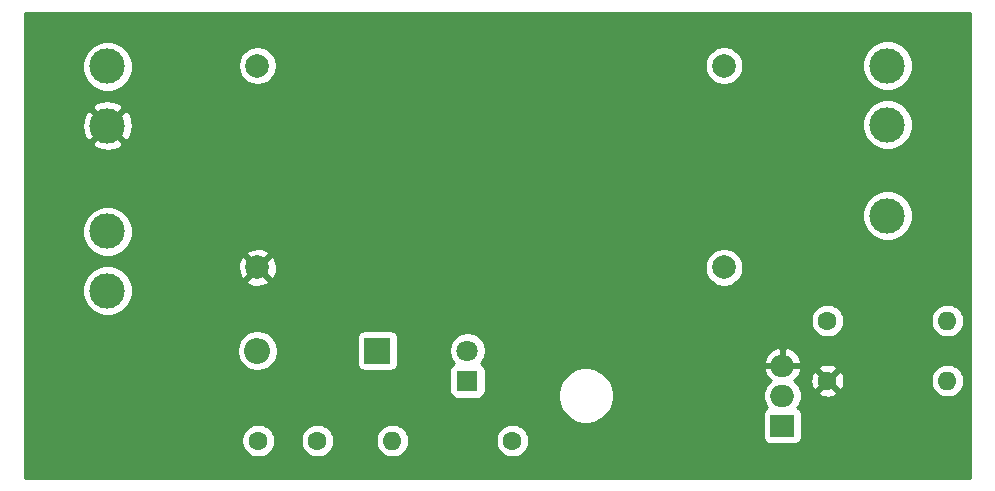
<source format=gbl>
G04 #@! TF.GenerationSoftware,KiCad,Pcbnew,(5.1.9)-1*
G04 #@! TF.CreationDate,2021-12-30T20:04:45+01:00*
G04 #@! TF.ProjectId,Pumpe,50756d70-652e-46b6-9963-61645f706362,rev?*
G04 #@! TF.SameCoordinates,Original*
G04 #@! TF.FileFunction,Copper,L2,Bot*
G04 #@! TF.FilePolarity,Positive*
%FSLAX46Y46*%
G04 Gerber Fmt 4.6, Leading zero omitted, Abs format (unit mm)*
G04 Created by KiCad (PCBNEW (5.1.9)-1) date 2021-12-30 20:04:45*
%MOMM*%
%LPD*%
G01*
G04 APERTURE LIST*
G04 #@! TA.AperFunction,ComponentPad*
%ADD10C,2.000000*%
G04 #@! TD*
G04 #@! TA.AperFunction,ComponentPad*
%ADD11O,1.600000X1.600000*%
G04 #@! TD*
G04 #@! TA.AperFunction,ComponentPad*
%ADD12C,1.600000*%
G04 #@! TD*
G04 #@! TA.AperFunction,ComponentPad*
%ADD13O,2.000000X1.905000*%
G04 #@! TD*
G04 #@! TA.AperFunction,ComponentPad*
%ADD14R,2.000000X1.905000*%
G04 #@! TD*
G04 #@! TA.AperFunction,ComponentPad*
%ADD15C,3.000000*%
G04 #@! TD*
G04 #@! TA.AperFunction,ComponentPad*
%ADD16C,1.800000*%
G04 #@! TD*
G04 #@! TA.AperFunction,ComponentPad*
%ADD17R,1.800000X1.800000*%
G04 #@! TD*
G04 #@! TA.AperFunction,ComponentPad*
%ADD18O,2.200000X2.200000*%
G04 #@! TD*
G04 #@! TA.AperFunction,ComponentPad*
%ADD19R,2.200000X2.200000*%
G04 #@! TD*
G04 #@! TA.AperFunction,Conductor*
%ADD20C,0.254000*%
G04 #@! TD*
G04 #@! TA.AperFunction,Conductor*
%ADD21C,0.200000*%
G04 #@! TD*
G04 APERTURE END LIST*
D10*
X161420000Y-56470000D03*
X161420000Y-39370000D03*
X121920000Y-56470000D03*
X121920000Y-39370000D03*
D11*
X133350000Y-71120000D03*
D12*
X143510000Y-71120000D03*
D11*
X180340000Y-66040000D03*
D12*
X170180000Y-66040000D03*
D11*
X180340000Y-60960000D03*
D12*
X170180000Y-60960000D03*
D13*
X166370000Y-64770000D03*
X166370000Y-67310000D03*
D14*
X166370000Y-69850000D03*
D15*
X175260000Y-44370000D03*
X175260000Y-39370000D03*
X109220000Y-53420000D03*
X109220000Y-58420000D03*
X175260000Y-52070000D03*
X109220000Y-39450000D03*
X109220000Y-44450000D03*
D16*
X139700000Y-63500000D03*
D17*
X139700000Y-66040000D03*
D18*
X121920000Y-63500000D03*
D19*
X132080000Y-63500000D03*
D12*
X122000000Y-71120000D03*
X127000000Y-71120000D03*
D20*
X182225951Y-74275950D02*
X102254050Y-74275950D01*
X102254050Y-70978665D01*
X120565000Y-70978665D01*
X120565000Y-71261335D01*
X120620147Y-71538574D01*
X120728320Y-71799727D01*
X120885363Y-72034759D01*
X121085241Y-72234637D01*
X121320273Y-72391680D01*
X121581426Y-72499853D01*
X121858665Y-72555000D01*
X122141335Y-72555000D01*
X122418574Y-72499853D01*
X122679727Y-72391680D01*
X122914759Y-72234637D01*
X123114637Y-72034759D01*
X123271680Y-71799727D01*
X123379853Y-71538574D01*
X123435000Y-71261335D01*
X123435000Y-70978665D01*
X125565000Y-70978665D01*
X125565000Y-71261335D01*
X125620147Y-71538574D01*
X125728320Y-71799727D01*
X125885363Y-72034759D01*
X126085241Y-72234637D01*
X126320273Y-72391680D01*
X126581426Y-72499853D01*
X126858665Y-72555000D01*
X127141335Y-72555000D01*
X127418574Y-72499853D01*
X127679727Y-72391680D01*
X127914759Y-72234637D01*
X128114637Y-72034759D01*
X128271680Y-71799727D01*
X128379853Y-71538574D01*
X128435000Y-71261335D01*
X128435000Y-70978665D01*
X131915000Y-70978665D01*
X131915000Y-71261335D01*
X131970147Y-71538574D01*
X132078320Y-71799727D01*
X132235363Y-72034759D01*
X132435241Y-72234637D01*
X132670273Y-72391680D01*
X132931426Y-72499853D01*
X133208665Y-72555000D01*
X133491335Y-72555000D01*
X133768574Y-72499853D01*
X134029727Y-72391680D01*
X134264759Y-72234637D01*
X134464637Y-72034759D01*
X134621680Y-71799727D01*
X134729853Y-71538574D01*
X134785000Y-71261335D01*
X134785000Y-70978665D01*
X142075000Y-70978665D01*
X142075000Y-71261335D01*
X142130147Y-71538574D01*
X142238320Y-71799727D01*
X142395363Y-72034759D01*
X142595241Y-72234637D01*
X142830273Y-72391680D01*
X143091426Y-72499853D01*
X143368665Y-72555000D01*
X143651335Y-72555000D01*
X143928574Y-72499853D01*
X144189727Y-72391680D01*
X144424759Y-72234637D01*
X144624637Y-72034759D01*
X144781680Y-71799727D01*
X144889853Y-71538574D01*
X144945000Y-71261335D01*
X144945000Y-70978665D01*
X144889853Y-70701426D01*
X144781680Y-70440273D01*
X144624637Y-70205241D01*
X144424759Y-70005363D01*
X144189727Y-69848320D01*
X143928574Y-69740147D01*
X143651335Y-69685000D01*
X143368665Y-69685000D01*
X143091426Y-69740147D01*
X142830273Y-69848320D01*
X142595241Y-70005363D01*
X142395363Y-70205241D01*
X142238320Y-70440273D01*
X142130147Y-70701426D01*
X142075000Y-70978665D01*
X134785000Y-70978665D01*
X134729853Y-70701426D01*
X134621680Y-70440273D01*
X134464637Y-70205241D01*
X134264759Y-70005363D01*
X134029727Y-69848320D01*
X133768574Y-69740147D01*
X133491335Y-69685000D01*
X133208665Y-69685000D01*
X132931426Y-69740147D01*
X132670273Y-69848320D01*
X132435241Y-70005363D01*
X132235363Y-70205241D01*
X132078320Y-70440273D01*
X131970147Y-70701426D01*
X131915000Y-70978665D01*
X128435000Y-70978665D01*
X128379853Y-70701426D01*
X128271680Y-70440273D01*
X128114637Y-70205241D01*
X127914759Y-70005363D01*
X127679727Y-69848320D01*
X127418574Y-69740147D01*
X127141335Y-69685000D01*
X126858665Y-69685000D01*
X126581426Y-69740147D01*
X126320273Y-69848320D01*
X126085241Y-70005363D01*
X125885363Y-70205241D01*
X125728320Y-70440273D01*
X125620147Y-70701426D01*
X125565000Y-70978665D01*
X123435000Y-70978665D01*
X123379853Y-70701426D01*
X123271680Y-70440273D01*
X123114637Y-70205241D01*
X122914759Y-70005363D01*
X122679727Y-69848320D01*
X122418574Y-69740147D01*
X122141335Y-69685000D01*
X121858665Y-69685000D01*
X121581426Y-69740147D01*
X121320273Y-69848320D01*
X121085241Y-70005363D01*
X120885363Y-70205241D01*
X120728320Y-70440273D01*
X120620147Y-70701426D01*
X120565000Y-70978665D01*
X102254050Y-70978665D01*
X102254050Y-63329117D01*
X120185000Y-63329117D01*
X120185000Y-63670883D01*
X120251675Y-64006081D01*
X120382463Y-64321831D01*
X120572337Y-64605998D01*
X120814002Y-64847663D01*
X121098169Y-65037537D01*
X121413919Y-65168325D01*
X121749117Y-65235000D01*
X122090883Y-65235000D01*
X122426081Y-65168325D01*
X122741831Y-65037537D01*
X123025998Y-64847663D01*
X123267663Y-64605998D01*
X123457537Y-64321831D01*
X123588325Y-64006081D01*
X123655000Y-63670883D01*
X123655000Y-63329117D01*
X123588325Y-62993919D01*
X123457537Y-62678169D01*
X123271671Y-62400000D01*
X130341928Y-62400000D01*
X130341928Y-64600000D01*
X130354188Y-64724482D01*
X130390498Y-64844180D01*
X130449463Y-64954494D01*
X130528815Y-65051185D01*
X130625506Y-65130537D01*
X130735820Y-65189502D01*
X130855518Y-65225812D01*
X130980000Y-65238072D01*
X133180000Y-65238072D01*
X133304482Y-65225812D01*
X133424180Y-65189502D01*
X133516790Y-65140000D01*
X138161928Y-65140000D01*
X138161928Y-66940000D01*
X138174188Y-67064482D01*
X138210498Y-67184180D01*
X138269463Y-67294494D01*
X138348815Y-67391185D01*
X138445506Y-67470537D01*
X138555820Y-67529502D01*
X138675518Y-67565812D01*
X138800000Y-67578072D01*
X140600000Y-67578072D01*
X140724482Y-67565812D01*
X140844180Y-67529502D01*
X140954494Y-67470537D01*
X141051185Y-67391185D01*
X141130537Y-67294494D01*
X141189502Y-67184180D01*
X141222591Y-67075098D01*
X147325000Y-67075098D01*
X147325000Y-67544902D01*
X147416654Y-68005679D01*
X147596440Y-68439721D01*
X147857450Y-68830349D01*
X148189651Y-69162550D01*
X148580279Y-69423560D01*
X149014321Y-69603346D01*
X149475098Y-69695000D01*
X149944902Y-69695000D01*
X150405679Y-69603346D01*
X150839721Y-69423560D01*
X151230349Y-69162550D01*
X151562550Y-68830349D01*
X151823560Y-68439721D01*
X152003346Y-68005679D01*
X152095000Y-67544902D01*
X152095000Y-67310000D01*
X164727319Y-67310000D01*
X164757970Y-67621204D01*
X164848745Y-67920449D01*
X164996155Y-68196235D01*
X165099446Y-68322095D01*
X165015506Y-68366963D01*
X164918815Y-68446315D01*
X164839463Y-68543006D01*
X164780498Y-68653320D01*
X164744188Y-68773018D01*
X164731928Y-68897500D01*
X164731928Y-70802500D01*
X164744188Y-70926982D01*
X164780498Y-71046680D01*
X164839463Y-71156994D01*
X164918815Y-71253685D01*
X165015506Y-71333037D01*
X165125820Y-71392002D01*
X165245518Y-71428312D01*
X165370000Y-71440572D01*
X167370000Y-71440572D01*
X167494482Y-71428312D01*
X167614180Y-71392002D01*
X167724494Y-71333037D01*
X167821185Y-71253685D01*
X167900537Y-71156994D01*
X167959502Y-71046680D01*
X167995812Y-70926982D01*
X168008072Y-70802500D01*
X168008072Y-68897500D01*
X167995812Y-68773018D01*
X167959502Y-68653320D01*
X167900537Y-68543006D01*
X167821185Y-68446315D01*
X167724494Y-68366963D01*
X167640554Y-68322095D01*
X167743845Y-68196235D01*
X167891255Y-67920449D01*
X167982030Y-67621204D01*
X168012681Y-67310000D01*
X167985370Y-67032702D01*
X169366903Y-67032702D01*
X169438486Y-67276671D01*
X169693996Y-67397571D01*
X169968184Y-67466300D01*
X170250512Y-67480217D01*
X170530130Y-67438787D01*
X170796292Y-67343603D01*
X170921514Y-67276671D01*
X170993097Y-67032702D01*
X170180000Y-66219605D01*
X169366903Y-67032702D01*
X167985370Y-67032702D01*
X167982030Y-66998796D01*
X167891255Y-66699551D01*
X167743845Y-66423765D01*
X167545463Y-66182037D01*
X167458311Y-66110512D01*
X168739783Y-66110512D01*
X168781213Y-66390130D01*
X168876397Y-66656292D01*
X168943329Y-66781514D01*
X169187298Y-66853097D01*
X170000395Y-66040000D01*
X170359605Y-66040000D01*
X171172702Y-66853097D01*
X171416671Y-66781514D01*
X171537571Y-66526004D01*
X171606300Y-66251816D01*
X171620217Y-65969488D01*
X171609724Y-65898665D01*
X178905000Y-65898665D01*
X178905000Y-66181335D01*
X178960147Y-66458574D01*
X179068320Y-66719727D01*
X179225363Y-66954759D01*
X179425241Y-67154637D01*
X179660273Y-67311680D01*
X179921426Y-67419853D01*
X180198665Y-67475000D01*
X180481335Y-67475000D01*
X180758574Y-67419853D01*
X181019727Y-67311680D01*
X181254759Y-67154637D01*
X181454637Y-66954759D01*
X181611680Y-66719727D01*
X181719853Y-66458574D01*
X181775000Y-66181335D01*
X181775000Y-65898665D01*
X181719853Y-65621426D01*
X181611680Y-65360273D01*
X181454637Y-65125241D01*
X181254759Y-64925363D01*
X181019727Y-64768320D01*
X180758574Y-64660147D01*
X180481335Y-64605000D01*
X180198665Y-64605000D01*
X179921426Y-64660147D01*
X179660273Y-64768320D01*
X179425241Y-64925363D01*
X179225363Y-65125241D01*
X179068320Y-65360273D01*
X178960147Y-65621426D01*
X178905000Y-65898665D01*
X171609724Y-65898665D01*
X171578787Y-65689870D01*
X171483603Y-65423708D01*
X171416671Y-65298486D01*
X171172702Y-65226903D01*
X170359605Y-66040000D01*
X170000395Y-66040000D01*
X169187298Y-65226903D01*
X168943329Y-65298486D01*
X168822429Y-65553996D01*
X168753700Y-65828184D01*
X168739783Y-66110512D01*
X167458311Y-66110512D01*
X167366101Y-66034837D01*
X167551315Y-65879437D01*
X167745969Y-65636923D01*
X167889571Y-65361094D01*
X167960563Y-65142980D01*
X167913898Y-65047298D01*
X169366903Y-65047298D01*
X170180000Y-65860395D01*
X170993097Y-65047298D01*
X170921514Y-64803329D01*
X170666004Y-64682429D01*
X170391816Y-64613700D01*
X170109488Y-64599783D01*
X169829870Y-64641213D01*
X169563708Y-64736397D01*
X169438486Y-64803329D01*
X169366903Y-65047298D01*
X167913898Y-65047298D01*
X167840594Y-64897000D01*
X166497000Y-64897000D01*
X166497000Y-64917000D01*
X166243000Y-64917000D01*
X166243000Y-64897000D01*
X164899406Y-64897000D01*
X164779437Y-65142980D01*
X164850429Y-65361094D01*
X164994031Y-65636923D01*
X165188685Y-65879437D01*
X165373899Y-66034837D01*
X165194537Y-66182037D01*
X164996155Y-66423765D01*
X164848745Y-66699551D01*
X164757970Y-66998796D01*
X164727319Y-67310000D01*
X152095000Y-67310000D01*
X152095000Y-67075098D01*
X152003346Y-66614321D01*
X151823560Y-66180279D01*
X151562550Y-65789651D01*
X151230349Y-65457450D01*
X150839721Y-65196440D01*
X150405679Y-65016654D01*
X149944902Y-64925000D01*
X149475098Y-64925000D01*
X149014321Y-65016654D01*
X148580279Y-65196440D01*
X148189651Y-65457450D01*
X147857450Y-65789651D01*
X147596440Y-66180279D01*
X147416654Y-66614321D01*
X147325000Y-67075098D01*
X141222591Y-67075098D01*
X141225812Y-67064482D01*
X141238072Y-66940000D01*
X141238072Y-65140000D01*
X141225812Y-65015518D01*
X141189502Y-64895820D01*
X141130537Y-64785506D01*
X141051185Y-64688815D01*
X140954494Y-64609463D01*
X140844180Y-64550498D01*
X140825873Y-64544944D01*
X140892312Y-64478505D01*
X140946758Y-64397020D01*
X164779437Y-64397020D01*
X164899406Y-64643000D01*
X166243000Y-64643000D01*
X166243000Y-63344430D01*
X166497000Y-63344430D01*
X166497000Y-64643000D01*
X167840594Y-64643000D01*
X167960563Y-64397020D01*
X167889571Y-64178906D01*
X167745969Y-63903077D01*
X167551315Y-63660563D01*
X167313089Y-63460684D01*
X167040446Y-63311121D01*
X166743863Y-63217622D01*
X166497000Y-63344430D01*
X166243000Y-63344430D01*
X165996137Y-63217622D01*
X165699554Y-63311121D01*
X165426911Y-63460684D01*
X165188685Y-63660563D01*
X164994031Y-63903077D01*
X164850429Y-64178906D01*
X164779437Y-64397020D01*
X140946758Y-64397020D01*
X141060299Y-64227095D01*
X141176011Y-63947743D01*
X141235000Y-63651184D01*
X141235000Y-63348816D01*
X141176011Y-63052257D01*
X141060299Y-62772905D01*
X140892312Y-62521495D01*
X140678505Y-62307688D01*
X140427095Y-62139701D01*
X140147743Y-62023989D01*
X139851184Y-61965000D01*
X139548816Y-61965000D01*
X139252257Y-62023989D01*
X138972905Y-62139701D01*
X138721495Y-62307688D01*
X138507688Y-62521495D01*
X138339701Y-62772905D01*
X138223989Y-63052257D01*
X138165000Y-63348816D01*
X138165000Y-63651184D01*
X138223989Y-63947743D01*
X138339701Y-64227095D01*
X138507688Y-64478505D01*
X138574127Y-64544944D01*
X138555820Y-64550498D01*
X138445506Y-64609463D01*
X138348815Y-64688815D01*
X138269463Y-64785506D01*
X138210498Y-64895820D01*
X138174188Y-65015518D01*
X138161928Y-65140000D01*
X133516790Y-65140000D01*
X133534494Y-65130537D01*
X133631185Y-65051185D01*
X133710537Y-64954494D01*
X133769502Y-64844180D01*
X133805812Y-64724482D01*
X133818072Y-64600000D01*
X133818072Y-62400000D01*
X133805812Y-62275518D01*
X133769502Y-62155820D01*
X133710537Y-62045506D01*
X133631185Y-61948815D01*
X133534494Y-61869463D01*
X133424180Y-61810498D01*
X133304482Y-61774188D01*
X133180000Y-61761928D01*
X130980000Y-61761928D01*
X130855518Y-61774188D01*
X130735820Y-61810498D01*
X130625506Y-61869463D01*
X130528815Y-61948815D01*
X130449463Y-62045506D01*
X130390498Y-62155820D01*
X130354188Y-62275518D01*
X130341928Y-62400000D01*
X123271671Y-62400000D01*
X123267663Y-62394002D01*
X123025998Y-62152337D01*
X122741831Y-61962463D01*
X122426081Y-61831675D01*
X122090883Y-61765000D01*
X121749117Y-61765000D01*
X121413919Y-61831675D01*
X121098169Y-61962463D01*
X120814002Y-62152337D01*
X120572337Y-62394002D01*
X120382463Y-62678169D01*
X120251675Y-62993919D01*
X120185000Y-63329117D01*
X102254050Y-63329117D01*
X102254050Y-60818665D01*
X168745000Y-60818665D01*
X168745000Y-61101335D01*
X168800147Y-61378574D01*
X168908320Y-61639727D01*
X169065363Y-61874759D01*
X169265241Y-62074637D01*
X169500273Y-62231680D01*
X169761426Y-62339853D01*
X170038665Y-62395000D01*
X170321335Y-62395000D01*
X170598574Y-62339853D01*
X170859727Y-62231680D01*
X171094759Y-62074637D01*
X171294637Y-61874759D01*
X171451680Y-61639727D01*
X171559853Y-61378574D01*
X171615000Y-61101335D01*
X171615000Y-60818665D01*
X178905000Y-60818665D01*
X178905000Y-61101335D01*
X178960147Y-61378574D01*
X179068320Y-61639727D01*
X179225363Y-61874759D01*
X179425241Y-62074637D01*
X179660273Y-62231680D01*
X179921426Y-62339853D01*
X180198665Y-62395000D01*
X180481335Y-62395000D01*
X180758574Y-62339853D01*
X181019727Y-62231680D01*
X181254759Y-62074637D01*
X181454637Y-61874759D01*
X181611680Y-61639727D01*
X181719853Y-61378574D01*
X181775000Y-61101335D01*
X181775000Y-60818665D01*
X181719853Y-60541426D01*
X181611680Y-60280273D01*
X181454637Y-60045241D01*
X181254759Y-59845363D01*
X181019727Y-59688320D01*
X180758574Y-59580147D01*
X180481335Y-59525000D01*
X180198665Y-59525000D01*
X179921426Y-59580147D01*
X179660273Y-59688320D01*
X179425241Y-59845363D01*
X179225363Y-60045241D01*
X179068320Y-60280273D01*
X178960147Y-60541426D01*
X178905000Y-60818665D01*
X171615000Y-60818665D01*
X171559853Y-60541426D01*
X171451680Y-60280273D01*
X171294637Y-60045241D01*
X171094759Y-59845363D01*
X170859727Y-59688320D01*
X170598574Y-59580147D01*
X170321335Y-59525000D01*
X170038665Y-59525000D01*
X169761426Y-59580147D01*
X169500273Y-59688320D01*
X169265241Y-59845363D01*
X169065363Y-60045241D01*
X168908320Y-60280273D01*
X168800147Y-60541426D01*
X168745000Y-60818665D01*
X102254050Y-60818665D01*
X102254050Y-58209721D01*
X107085000Y-58209721D01*
X107085000Y-58630279D01*
X107167047Y-59042756D01*
X107327988Y-59431302D01*
X107561637Y-59780983D01*
X107859017Y-60078363D01*
X108208698Y-60312012D01*
X108597244Y-60472953D01*
X109009721Y-60555000D01*
X109430279Y-60555000D01*
X109842756Y-60472953D01*
X110231302Y-60312012D01*
X110580983Y-60078363D01*
X110878363Y-59780983D01*
X111112012Y-59431302D01*
X111272953Y-59042756D01*
X111355000Y-58630279D01*
X111355000Y-58209721D01*
X111272953Y-57797244D01*
X111193495Y-57605413D01*
X120964192Y-57605413D01*
X121059956Y-57869814D01*
X121349571Y-58010704D01*
X121661108Y-58092384D01*
X121982595Y-58111718D01*
X122301675Y-58067961D01*
X122606088Y-57962795D01*
X122780044Y-57869814D01*
X122875808Y-57605413D01*
X121920000Y-56649605D01*
X120964192Y-57605413D01*
X111193495Y-57605413D01*
X111112012Y-57408698D01*
X110878363Y-57059017D01*
X110580983Y-56761637D01*
X110238197Y-56532595D01*
X120278282Y-56532595D01*
X120322039Y-56851675D01*
X120427205Y-57156088D01*
X120520186Y-57330044D01*
X120784587Y-57425808D01*
X121740395Y-56470000D01*
X122099605Y-56470000D01*
X123055413Y-57425808D01*
X123319814Y-57330044D01*
X123460704Y-57040429D01*
X123542384Y-56728892D01*
X123561718Y-56407405D01*
X123548219Y-56308967D01*
X159785000Y-56308967D01*
X159785000Y-56631033D01*
X159847832Y-56946912D01*
X159971082Y-57244463D01*
X160150013Y-57512252D01*
X160377748Y-57739987D01*
X160645537Y-57918918D01*
X160943088Y-58042168D01*
X161258967Y-58105000D01*
X161581033Y-58105000D01*
X161896912Y-58042168D01*
X162194463Y-57918918D01*
X162462252Y-57739987D01*
X162689987Y-57512252D01*
X162868918Y-57244463D01*
X162992168Y-56946912D01*
X163055000Y-56631033D01*
X163055000Y-56308967D01*
X162992168Y-55993088D01*
X162868918Y-55695537D01*
X162689987Y-55427748D01*
X162462252Y-55200013D01*
X162194463Y-55021082D01*
X161896912Y-54897832D01*
X161581033Y-54835000D01*
X161258967Y-54835000D01*
X160943088Y-54897832D01*
X160645537Y-55021082D01*
X160377748Y-55200013D01*
X160150013Y-55427748D01*
X159971082Y-55695537D01*
X159847832Y-55993088D01*
X159785000Y-56308967D01*
X123548219Y-56308967D01*
X123517961Y-56088325D01*
X123412795Y-55783912D01*
X123319814Y-55609956D01*
X123055413Y-55514192D01*
X122099605Y-56470000D01*
X121740395Y-56470000D01*
X120784587Y-55514192D01*
X120520186Y-55609956D01*
X120379296Y-55899571D01*
X120297616Y-56211108D01*
X120278282Y-56532595D01*
X110238197Y-56532595D01*
X110231302Y-56527988D01*
X109842756Y-56367047D01*
X109430279Y-56285000D01*
X109009721Y-56285000D01*
X108597244Y-56367047D01*
X108208698Y-56527988D01*
X107859017Y-56761637D01*
X107561637Y-57059017D01*
X107327988Y-57408698D01*
X107167047Y-57797244D01*
X107085000Y-58209721D01*
X102254050Y-58209721D01*
X102254050Y-53209721D01*
X107085000Y-53209721D01*
X107085000Y-53630279D01*
X107167047Y-54042756D01*
X107327988Y-54431302D01*
X107561637Y-54780983D01*
X107859017Y-55078363D01*
X108208698Y-55312012D01*
X108597244Y-55472953D01*
X109009721Y-55555000D01*
X109430279Y-55555000D01*
X109842756Y-55472953D01*
X110176801Y-55334587D01*
X120964192Y-55334587D01*
X121920000Y-56290395D01*
X122875808Y-55334587D01*
X122780044Y-55070186D01*
X122490429Y-54929296D01*
X122178892Y-54847616D01*
X121857405Y-54828282D01*
X121538325Y-54872039D01*
X121233912Y-54977205D01*
X121059956Y-55070186D01*
X120964192Y-55334587D01*
X110176801Y-55334587D01*
X110231302Y-55312012D01*
X110580983Y-55078363D01*
X110878363Y-54780983D01*
X111112012Y-54431302D01*
X111272953Y-54042756D01*
X111355000Y-53630279D01*
X111355000Y-53209721D01*
X111272953Y-52797244D01*
X111112012Y-52408698D01*
X110878363Y-52059017D01*
X110679067Y-51859721D01*
X173125000Y-51859721D01*
X173125000Y-52280279D01*
X173207047Y-52692756D01*
X173367988Y-53081302D01*
X173601637Y-53430983D01*
X173899017Y-53728363D01*
X174248698Y-53962012D01*
X174637244Y-54122953D01*
X175049721Y-54205000D01*
X175470279Y-54205000D01*
X175882756Y-54122953D01*
X176271302Y-53962012D01*
X176620983Y-53728363D01*
X176918363Y-53430983D01*
X177152012Y-53081302D01*
X177312953Y-52692756D01*
X177395000Y-52280279D01*
X177395000Y-51859721D01*
X177312953Y-51447244D01*
X177152012Y-51058698D01*
X176918363Y-50709017D01*
X176620983Y-50411637D01*
X176271302Y-50177988D01*
X175882756Y-50017047D01*
X175470279Y-49935000D01*
X175049721Y-49935000D01*
X174637244Y-50017047D01*
X174248698Y-50177988D01*
X173899017Y-50411637D01*
X173601637Y-50709017D01*
X173367988Y-51058698D01*
X173207047Y-51447244D01*
X173125000Y-51859721D01*
X110679067Y-51859721D01*
X110580983Y-51761637D01*
X110231302Y-51527988D01*
X109842756Y-51367047D01*
X109430279Y-51285000D01*
X109009721Y-51285000D01*
X108597244Y-51367047D01*
X108208698Y-51527988D01*
X107859017Y-51761637D01*
X107561637Y-52059017D01*
X107327988Y-52408698D01*
X107167047Y-52797244D01*
X107085000Y-53209721D01*
X102254050Y-53209721D01*
X102254050Y-45941653D01*
X107907952Y-45941653D01*
X108063962Y-46257214D01*
X108438745Y-46448020D01*
X108843551Y-46562044D01*
X109262824Y-46594902D01*
X109680451Y-46545334D01*
X110080383Y-46415243D01*
X110376038Y-46257214D01*
X110532048Y-45941653D01*
X109220000Y-44629605D01*
X107907952Y-45941653D01*
X102254050Y-45941653D01*
X102254050Y-44492824D01*
X107075098Y-44492824D01*
X107124666Y-44910451D01*
X107254757Y-45310383D01*
X107412786Y-45606038D01*
X107728347Y-45762048D01*
X109040395Y-44450000D01*
X109399605Y-44450000D01*
X110711653Y-45762048D01*
X111027214Y-45606038D01*
X111218020Y-45231255D01*
X111332044Y-44826449D01*
X111364902Y-44407176D01*
X111335532Y-44159721D01*
X173125000Y-44159721D01*
X173125000Y-44580279D01*
X173207047Y-44992756D01*
X173367988Y-45381302D01*
X173601637Y-45730983D01*
X173899017Y-46028363D01*
X174248698Y-46262012D01*
X174637244Y-46422953D01*
X175049721Y-46505000D01*
X175470279Y-46505000D01*
X175882756Y-46422953D01*
X176271302Y-46262012D01*
X176620983Y-46028363D01*
X176918363Y-45730983D01*
X177152012Y-45381302D01*
X177312953Y-44992756D01*
X177395000Y-44580279D01*
X177395000Y-44159721D01*
X177312953Y-43747244D01*
X177152012Y-43358698D01*
X176918363Y-43009017D01*
X176620983Y-42711637D01*
X176271302Y-42477988D01*
X175882756Y-42317047D01*
X175470279Y-42235000D01*
X175049721Y-42235000D01*
X174637244Y-42317047D01*
X174248698Y-42477988D01*
X173899017Y-42711637D01*
X173601637Y-43009017D01*
X173367988Y-43358698D01*
X173207047Y-43747244D01*
X173125000Y-44159721D01*
X111335532Y-44159721D01*
X111315334Y-43989549D01*
X111185243Y-43589617D01*
X111027214Y-43293962D01*
X110711653Y-43137952D01*
X109399605Y-44450000D01*
X109040395Y-44450000D01*
X107728347Y-43137952D01*
X107412786Y-43293962D01*
X107221980Y-43668745D01*
X107107956Y-44073551D01*
X107075098Y-44492824D01*
X102254050Y-44492824D01*
X102254050Y-42958347D01*
X107907952Y-42958347D01*
X109220000Y-44270395D01*
X110532048Y-42958347D01*
X110376038Y-42642786D01*
X110001255Y-42451980D01*
X109596449Y-42337956D01*
X109177176Y-42305098D01*
X108759549Y-42354666D01*
X108359617Y-42484757D01*
X108063962Y-42642786D01*
X107907952Y-42958347D01*
X102254050Y-42958347D01*
X102254050Y-39239721D01*
X107085000Y-39239721D01*
X107085000Y-39660279D01*
X107167047Y-40072756D01*
X107327988Y-40461302D01*
X107561637Y-40810983D01*
X107859017Y-41108363D01*
X108208698Y-41342012D01*
X108597244Y-41502953D01*
X109009721Y-41585000D01*
X109430279Y-41585000D01*
X109842756Y-41502953D01*
X110231302Y-41342012D01*
X110580983Y-41108363D01*
X110878363Y-40810983D01*
X111112012Y-40461302D01*
X111272953Y-40072756D01*
X111355000Y-39660279D01*
X111355000Y-39239721D01*
X111348883Y-39208967D01*
X120285000Y-39208967D01*
X120285000Y-39531033D01*
X120347832Y-39846912D01*
X120471082Y-40144463D01*
X120650013Y-40412252D01*
X120877748Y-40639987D01*
X121145537Y-40818918D01*
X121443088Y-40942168D01*
X121758967Y-41005000D01*
X122081033Y-41005000D01*
X122396912Y-40942168D01*
X122694463Y-40818918D01*
X122962252Y-40639987D01*
X123189987Y-40412252D01*
X123368918Y-40144463D01*
X123492168Y-39846912D01*
X123555000Y-39531033D01*
X123555000Y-39208967D01*
X159785000Y-39208967D01*
X159785000Y-39531033D01*
X159847832Y-39846912D01*
X159971082Y-40144463D01*
X160150013Y-40412252D01*
X160377748Y-40639987D01*
X160645537Y-40818918D01*
X160943088Y-40942168D01*
X161258967Y-41005000D01*
X161581033Y-41005000D01*
X161896912Y-40942168D01*
X162194463Y-40818918D01*
X162462252Y-40639987D01*
X162689987Y-40412252D01*
X162868918Y-40144463D01*
X162992168Y-39846912D01*
X163055000Y-39531033D01*
X163055000Y-39208967D01*
X163045205Y-39159721D01*
X173125000Y-39159721D01*
X173125000Y-39580279D01*
X173207047Y-39992756D01*
X173367988Y-40381302D01*
X173601637Y-40730983D01*
X173899017Y-41028363D01*
X174248698Y-41262012D01*
X174637244Y-41422953D01*
X175049721Y-41505000D01*
X175470279Y-41505000D01*
X175882756Y-41422953D01*
X176271302Y-41262012D01*
X176620983Y-41028363D01*
X176918363Y-40730983D01*
X177152012Y-40381302D01*
X177312953Y-39992756D01*
X177395000Y-39580279D01*
X177395000Y-39159721D01*
X177312953Y-38747244D01*
X177152012Y-38358698D01*
X176918363Y-38009017D01*
X176620983Y-37711637D01*
X176271302Y-37477988D01*
X175882756Y-37317047D01*
X175470279Y-37235000D01*
X175049721Y-37235000D01*
X174637244Y-37317047D01*
X174248698Y-37477988D01*
X173899017Y-37711637D01*
X173601637Y-38009017D01*
X173367988Y-38358698D01*
X173207047Y-38747244D01*
X173125000Y-39159721D01*
X163045205Y-39159721D01*
X162992168Y-38893088D01*
X162868918Y-38595537D01*
X162689987Y-38327748D01*
X162462252Y-38100013D01*
X162194463Y-37921082D01*
X161896912Y-37797832D01*
X161581033Y-37735000D01*
X161258967Y-37735000D01*
X160943088Y-37797832D01*
X160645537Y-37921082D01*
X160377748Y-38100013D01*
X160150013Y-38327748D01*
X159971082Y-38595537D01*
X159847832Y-38893088D01*
X159785000Y-39208967D01*
X123555000Y-39208967D01*
X123492168Y-38893088D01*
X123368918Y-38595537D01*
X123189987Y-38327748D01*
X122962252Y-38100013D01*
X122694463Y-37921082D01*
X122396912Y-37797832D01*
X122081033Y-37735000D01*
X121758967Y-37735000D01*
X121443088Y-37797832D01*
X121145537Y-37921082D01*
X120877748Y-38100013D01*
X120650013Y-38327748D01*
X120471082Y-38595537D01*
X120347832Y-38893088D01*
X120285000Y-39208967D01*
X111348883Y-39208967D01*
X111272953Y-38827244D01*
X111112012Y-38438698D01*
X110878363Y-38089017D01*
X110580983Y-37791637D01*
X110231302Y-37557988D01*
X109842756Y-37397047D01*
X109430279Y-37315000D01*
X109009721Y-37315000D01*
X108597244Y-37397047D01*
X108208698Y-37557988D01*
X107859017Y-37791637D01*
X107561637Y-38089017D01*
X107327988Y-38438698D01*
X107167047Y-38827244D01*
X107085000Y-39239721D01*
X102254050Y-39239721D01*
X102254050Y-34944050D01*
X182225950Y-34944050D01*
X182225951Y-74275950D01*
G04 #@! TA.AperFunction,Conductor*
D21*
G36*
X182225951Y-74275950D02*
G01*
X102254050Y-74275950D01*
X102254050Y-70978665D01*
X120565000Y-70978665D01*
X120565000Y-71261335D01*
X120620147Y-71538574D01*
X120728320Y-71799727D01*
X120885363Y-72034759D01*
X121085241Y-72234637D01*
X121320273Y-72391680D01*
X121581426Y-72499853D01*
X121858665Y-72555000D01*
X122141335Y-72555000D01*
X122418574Y-72499853D01*
X122679727Y-72391680D01*
X122914759Y-72234637D01*
X123114637Y-72034759D01*
X123271680Y-71799727D01*
X123379853Y-71538574D01*
X123435000Y-71261335D01*
X123435000Y-70978665D01*
X125565000Y-70978665D01*
X125565000Y-71261335D01*
X125620147Y-71538574D01*
X125728320Y-71799727D01*
X125885363Y-72034759D01*
X126085241Y-72234637D01*
X126320273Y-72391680D01*
X126581426Y-72499853D01*
X126858665Y-72555000D01*
X127141335Y-72555000D01*
X127418574Y-72499853D01*
X127679727Y-72391680D01*
X127914759Y-72234637D01*
X128114637Y-72034759D01*
X128271680Y-71799727D01*
X128379853Y-71538574D01*
X128435000Y-71261335D01*
X128435000Y-70978665D01*
X131915000Y-70978665D01*
X131915000Y-71261335D01*
X131970147Y-71538574D01*
X132078320Y-71799727D01*
X132235363Y-72034759D01*
X132435241Y-72234637D01*
X132670273Y-72391680D01*
X132931426Y-72499853D01*
X133208665Y-72555000D01*
X133491335Y-72555000D01*
X133768574Y-72499853D01*
X134029727Y-72391680D01*
X134264759Y-72234637D01*
X134464637Y-72034759D01*
X134621680Y-71799727D01*
X134729853Y-71538574D01*
X134785000Y-71261335D01*
X134785000Y-70978665D01*
X142075000Y-70978665D01*
X142075000Y-71261335D01*
X142130147Y-71538574D01*
X142238320Y-71799727D01*
X142395363Y-72034759D01*
X142595241Y-72234637D01*
X142830273Y-72391680D01*
X143091426Y-72499853D01*
X143368665Y-72555000D01*
X143651335Y-72555000D01*
X143928574Y-72499853D01*
X144189727Y-72391680D01*
X144424759Y-72234637D01*
X144624637Y-72034759D01*
X144781680Y-71799727D01*
X144889853Y-71538574D01*
X144945000Y-71261335D01*
X144945000Y-70978665D01*
X144889853Y-70701426D01*
X144781680Y-70440273D01*
X144624637Y-70205241D01*
X144424759Y-70005363D01*
X144189727Y-69848320D01*
X143928574Y-69740147D01*
X143651335Y-69685000D01*
X143368665Y-69685000D01*
X143091426Y-69740147D01*
X142830273Y-69848320D01*
X142595241Y-70005363D01*
X142395363Y-70205241D01*
X142238320Y-70440273D01*
X142130147Y-70701426D01*
X142075000Y-70978665D01*
X134785000Y-70978665D01*
X134729853Y-70701426D01*
X134621680Y-70440273D01*
X134464637Y-70205241D01*
X134264759Y-70005363D01*
X134029727Y-69848320D01*
X133768574Y-69740147D01*
X133491335Y-69685000D01*
X133208665Y-69685000D01*
X132931426Y-69740147D01*
X132670273Y-69848320D01*
X132435241Y-70005363D01*
X132235363Y-70205241D01*
X132078320Y-70440273D01*
X131970147Y-70701426D01*
X131915000Y-70978665D01*
X128435000Y-70978665D01*
X128379853Y-70701426D01*
X128271680Y-70440273D01*
X128114637Y-70205241D01*
X127914759Y-70005363D01*
X127679727Y-69848320D01*
X127418574Y-69740147D01*
X127141335Y-69685000D01*
X126858665Y-69685000D01*
X126581426Y-69740147D01*
X126320273Y-69848320D01*
X126085241Y-70005363D01*
X125885363Y-70205241D01*
X125728320Y-70440273D01*
X125620147Y-70701426D01*
X125565000Y-70978665D01*
X123435000Y-70978665D01*
X123379853Y-70701426D01*
X123271680Y-70440273D01*
X123114637Y-70205241D01*
X122914759Y-70005363D01*
X122679727Y-69848320D01*
X122418574Y-69740147D01*
X122141335Y-69685000D01*
X121858665Y-69685000D01*
X121581426Y-69740147D01*
X121320273Y-69848320D01*
X121085241Y-70005363D01*
X120885363Y-70205241D01*
X120728320Y-70440273D01*
X120620147Y-70701426D01*
X120565000Y-70978665D01*
X102254050Y-70978665D01*
X102254050Y-63329117D01*
X120185000Y-63329117D01*
X120185000Y-63670883D01*
X120251675Y-64006081D01*
X120382463Y-64321831D01*
X120572337Y-64605998D01*
X120814002Y-64847663D01*
X121098169Y-65037537D01*
X121413919Y-65168325D01*
X121749117Y-65235000D01*
X122090883Y-65235000D01*
X122426081Y-65168325D01*
X122741831Y-65037537D01*
X123025998Y-64847663D01*
X123267663Y-64605998D01*
X123457537Y-64321831D01*
X123588325Y-64006081D01*
X123655000Y-63670883D01*
X123655000Y-63329117D01*
X123588325Y-62993919D01*
X123457537Y-62678169D01*
X123271671Y-62400000D01*
X130341928Y-62400000D01*
X130341928Y-64600000D01*
X130354188Y-64724482D01*
X130390498Y-64844180D01*
X130449463Y-64954494D01*
X130528815Y-65051185D01*
X130625506Y-65130537D01*
X130735820Y-65189502D01*
X130855518Y-65225812D01*
X130980000Y-65238072D01*
X133180000Y-65238072D01*
X133304482Y-65225812D01*
X133424180Y-65189502D01*
X133516790Y-65140000D01*
X138161928Y-65140000D01*
X138161928Y-66940000D01*
X138174188Y-67064482D01*
X138210498Y-67184180D01*
X138269463Y-67294494D01*
X138348815Y-67391185D01*
X138445506Y-67470537D01*
X138555820Y-67529502D01*
X138675518Y-67565812D01*
X138800000Y-67578072D01*
X140600000Y-67578072D01*
X140724482Y-67565812D01*
X140844180Y-67529502D01*
X140954494Y-67470537D01*
X141051185Y-67391185D01*
X141130537Y-67294494D01*
X141189502Y-67184180D01*
X141222591Y-67075098D01*
X147325000Y-67075098D01*
X147325000Y-67544902D01*
X147416654Y-68005679D01*
X147596440Y-68439721D01*
X147857450Y-68830349D01*
X148189651Y-69162550D01*
X148580279Y-69423560D01*
X149014321Y-69603346D01*
X149475098Y-69695000D01*
X149944902Y-69695000D01*
X150405679Y-69603346D01*
X150839721Y-69423560D01*
X151230349Y-69162550D01*
X151562550Y-68830349D01*
X151823560Y-68439721D01*
X152003346Y-68005679D01*
X152095000Y-67544902D01*
X152095000Y-67310000D01*
X164727319Y-67310000D01*
X164757970Y-67621204D01*
X164848745Y-67920449D01*
X164996155Y-68196235D01*
X165099446Y-68322095D01*
X165015506Y-68366963D01*
X164918815Y-68446315D01*
X164839463Y-68543006D01*
X164780498Y-68653320D01*
X164744188Y-68773018D01*
X164731928Y-68897500D01*
X164731928Y-70802500D01*
X164744188Y-70926982D01*
X164780498Y-71046680D01*
X164839463Y-71156994D01*
X164918815Y-71253685D01*
X165015506Y-71333037D01*
X165125820Y-71392002D01*
X165245518Y-71428312D01*
X165370000Y-71440572D01*
X167370000Y-71440572D01*
X167494482Y-71428312D01*
X167614180Y-71392002D01*
X167724494Y-71333037D01*
X167821185Y-71253685D01*
X167900537Y-71156994D01*
X167959502Y-71046680D01*
X167995812Y-70926982D01*
X168008072Y-70802500D01*
X168008072Y-68897500D01*
X167995812Y-68773018D01*
X167959502Y-68653320D01*
X167900537Y-68543006D01*
X167821185Y-68446315D01*
X167724494Y-68366963D01*
X167640554Y-68322095D01*
X167743845Y-68196235D01*
X167891255Y-67920449D01*
X167982030Y-67621204D01*
X168012681Y-67310000D01*
X167985370Y-67032702D01*
X169366903Y-67032702D01*
X169438486Y-67276671D01*
X169693996Y-67397571D01*
X169968184Y-67466300D01*
X170250512Y-67480217D01*
X170530130Y-67438787D01*
X170796292Y-67343603D01*
X170921514Y-67276671D01*
X170993097Y-67032702D01*
X170180000Y-66219605D01*
X169366903Y-67032702D01*
X167985370Y-67032702D01*
X167982030Y-66998796D01*
X167891255Y-66699551D01*
X167743845Y-66423765D01*
X167545463Y-66182037D01*
X167458311Y-66110512D01*
X168739783Y-66110512D01*
X168781213Y-66390130D01*
X168876397Y-66656292D01*
X168943329Y-66781514D01*
X169187298Y-66853097D01*
X170000395Y-66040000D01*
X170359605Y-66040000D01*
X171172702Y-66853097D01*
X171416671Y-66781514D01*
X171537571Y-66526004D01*
X171606300Y-66251816D01*
X171620217Y-65969488D01*
X171609724Y-65898665D01*
X178905000Y-65898665D01*
X178905000Y-66181335D01*
X178960147Y-66458574D01*
X179068320Y-66719727D01*
X179225363Y-66954759D01*
X179425241Y-67154637D01*
X179660273Y-67311680D01*
X179921426Y-67419853D01*
X180198665Y-67475000D01*
X180481335Y-67475000D01*
X180758574Y-67419853D01*
X181019727Y-67311680D01*
X181254759Y-67154637D01*
X181454637Y-66954759D01*
X181611680Y-66719727D01*
X181719853Y-66458574D01*
X181775000Y-66181335D01*
X181775000Y-65898665D01*
X181719853Y-65621426D01*
X181611680Y-65360273D01*
X181454637Y-65125241D01*
X181254759Y-64925363D01*
X181019727Y-64768320D01*
X180758574Y-64660147D01*
X180481335Y-64605000D01*
X180198665Y-64605000D01*
X179921426Y-64660147D01*
X179660273Y-64768320D01*
X179425241Y-64925363D01*
X179225363Y-65125241D01*
X179068320Y-65360273D01*
X178960147Y-65621426D01*
X178905000Y-65898665D01*
X171609724Y-65898665D01*
X171578787Y-65689870D01*
X171483603Y-65423708D01*
X171416671Y-65298486D01*
X171172702Y-65226903D01*
X170359605Y-66040000D01*
X170000395Y-66040000D01*
X169187298Y-65226903D01*
X168943329Y-65298486D01*
X168822429Y-65553996D01*
X168753700Y-65828184D01*
X168739783Y-66110512D01*
X167458311Y-66110512D01*
X167366101Y-66034837D01*
X167551315Y-65879437D01*
X167745969Y-65636923D01*
X167889571Y-65361094D01*
X167960563Y-65142980D01*
X167913898Y-65047298D01*
X169366903Y-65047298D01*
X170180000Y-65860395D01*
X170993097Y-65047298D01*
X170921514Y-64803329D01*
X170666004Y-64682429D01*
X170391816Y-64613700D01*
X170109488Y-64599783D01*
X169829870Y-64641213D01*
X169563708Y-64736397D01*
X169438486Y-64803329D01*
X169366903Y-65047298D01*
X167913898Y-65047298D01*
X167840594Y-64897000D01*
X166497000Y-64897000D01*
X166497000Y-64917000D01*
X166243000Y-64917000D01*
X166243000Y-64897000D01*
X164899406Y-64897000D01*
X164779437Y-65142980D01*
X164850429Y-65361094D01*
X164994031Y-65636923D01*
X165188685Y-65879437D01*
X165373899Y-66034837D01*
X165194537Y-66182037D01*
X164996155Y-66423765D01*
X164848745Y-66699551D01*
X164757970Y-66998796D01*
X164727319Y-67310000D01*
X152095000Y-67310000D01*
X152095000Y-67075098D01*
X152003346Y-66614321D01*
X151823560Y-66180279D01*
X151562550Y-65789651D01*
X151230349Y-65457450D01*
X150839721Y-65196440D01*
X150405679Y-65016654D01*
X149944902Y-64925000D01*
X149475098Y-64925000D01*
X149014321Y-65016654D01*
X148580279Y-65196440D01*
X148189651Y-65457450D01*
X147857450Y-65789651D01*
X147596440Y-66180279D01*
X147416654Y-66614321D01*
X147325000Y-67075098D01*
X141222591Y-67075098D01*
X141225812Y-67064482D01*
X141238072Y-66940000D01*
X141238072Y-65140000D01*
X141225812Y-65015518D01*
X141189502Y-64895820D01*
X141130537Y-64785506D01*
X141051185Y-64688815D01*
X140954494Y-64609463D01*
X140844180Y-64550498D01*
X140825873Y-64544944D01*
X140892312Y-64478505D01*
X140946758Y-64397020D01*
X164779437Y-64397020D01*
X164899406Y-64643000D01*
X166243000Y-64643000D01*
X166243000Y-63344430D01*
X166497000Y-63344430D01*
X166497000Y-64643000D01*
X167840594Y-64643000D01*
X167960563Y-64397020D01*
X167889571Y-64178906D01*
X167745969Y-63903077D01*
X167551315Y-63660563D01*
X167313089Y-63460684D01*
X167040446Y-63311121D01*
X166743863Y-63217622D01*
X166497000Y-63344430D01*
X166243000Y-63344430D01*
X165996137Y-63217622D01*
X165699554Y-63311121D01*
X165426911Y-63460684D01*
X165188685Y-63660563D01*
X164994031Y-63903077D01*
X164850429Y-64178906D01*
X164779437Y-64397020D01*
X140946758Y-64397020D01*
X141060299Y-64227095D01*
X141176011Y-63947743D01*
X141235000Y-63651184D01*
X141235000Y-63348816D01*
X141176011Y-63052257D01*
X141060299Y-62772905D01*
X140892312Y-62521495D01*
X140678505Y-62307688D01*
X140427095Y-62139701D01*
X140147743Y-62023989D01*
X139851184Y-61965000D01*
X139548816Y-61965000D01*
X139252257Y-62023989D01*
X138972905Y-62139701D01*
X138721495Y-62307688D01*
X138507688Y-62521495D01*
X138339701Y-62772905D01*
X138223989Y-63052257D01*
X138165000Y-63348816D01*
X138165000Y-63651184D01*
X138223989Y-63947743D01*
X138339701Y-64227095D01*
X138507688Y-64478505D01*
X138574127Y-64544944D01*
X138555820Y-64550498D01*
X138445506Y-64609463D01*
X138348815Y-64688815D01*
X138269463Y-64785506D01*
X138210498Y-64895820D01*
X138174188Y-65015518D01*
X138161928Y-65140000D01*
X133516790Y-65140000D01*
X133534494Y-65130537D01*
X133631185Y-65051185D01*
X133710537Y-64954494D01*
X133769502Y-64844180D01*
X133805812Y-64724482D01*
X133818072Y-64600000D01*
X133818072Y-62400000D01*
X133805812Y-62275518D01*
X133769502Y-62155820D01*
X133710537Y-62045506D01*
X133631185Y-61948815D01*
X133534494Y-61869463D01*
X133424180Y-61810498D01*
X133304482Y-61774188D01*
X133180000Y-61761928D01*
X130980000Y-61761928D01*
X130855518Y-61774188D01*
X130735820Y-61810498D01*
X130625506Y-61869463D01*
X130528815Y-61948815D01*
X130449463Y-62045506D01*
X130390498Y-62155820D01*
X130354188Y-62275518D01*
X130341928Y-62400000D01*
X123271671Y-62400000D01*
X123267663Y-62394002D01*
X123025998Y-62152337D01*
X122741831Y-61962463D01*
X122426081Y-61831675D01*
X122090883Y-61765000D01*
X121749117Y-61765000D01*
X121413919Y-61831675D01*
X121098169Y-61962463D01*
X120814002Y-62152337D01*
X120572337Y-62394002D01*
X120382463Y-62678169D01*
X120251675Y-62993919D01*
X120185000Y-63329117D01*
X102254050Y-63329117D01*
X102254050Y-60818665D01*
X168745000Y-60818665D01*
X168745000Y-61101335D01*
X168800147Y-61378574D01*
X168908320Y-61639727D01*
X169065363Y-61874759D01*
X169265241Y-62074637D01*
X169500273Y-62231680D01*
X169761426Y-62339853D01*
X170038665Y-62395000D01*
X170321335Y-62395000D01*
X170598574Y-62339853D01*
X170859727Y-62231680D01*
X171094759Y-62074637D01*
X171294637Y-61874759D01*
X171451680Y-61639727D01*
X171559853Y-61378574D01*
X171615000Y-61101335D01*
X171615000Y-60818665D01*
X178905000Y-60818665D01*
X178905000Y-61101335D01*
X178960147Y-61378574D01*
X179068320Y-61639727D01*
X179225363Y-61874759D01*
X179425241Y-62074637D01*
X179660273Y-62231680D01*
X179921426Y-62339853D01*
X180198665Y-62395000D01*
X180481335Y-62395000D01*
X180758574Y-62339853D01*
X181019727Y-62231680D01*
X181254759Y-62074637D01*
X181454637Y-61874759D01*
X181611680Y-61639727D01*
X181719853Y-61378574D01*
X181775000Y-61101335D01*
X181775000Y-60818665D01*
X181719853Y-60541426D01*
X181611680Y-60280273D01*
X181454637Y-60045241D01*
X181254759Y-59845363D01*
X181019727Y-59688320D01*
X180758574Y-59580147D01*
X180481335Y-59525000D01*
X180198665Y-59525000D01*
X179921426Y-59580147D01*
X179660273Y-59688320D01*
X179425241Y-59845363D01*
X179225363Y-60045241D01*
X179068320Y-60280273D01*
X178960147Y-60541426D01*
X178905000Y-60818665D01*
X171615000Y-60818665D01*
X171559853Y-60541426D01*
X171451680Y-60280273D01*
X171294637Y-60045241D01*
X171094759Y-59845363D01*
X170859727Y-59688320D01*
X170598574Y-59580147D01*
X170321335Y-59525000D01*
X170038665Y-59525000D01*
X169761426Y-59580147D01*
X169500273Y-59688320D01*
X169265241Y-59845363D01*
X169065363Y-60045241D01*
X168908320Y-60280273D01*
X168800147Y-60541426D01*
X168745000Y-60818665D01*
X102254050Y-60818665D01*
X102254050Y-58209721D01*
X107085000Y-58209721D01*
X107085000Y-58630279D01*
X107167047Y-59042756D01*
X107327988Y-59431302D01*
X107561637Y-59780983D01*
X107859017Y-60078363D01*
X108208698Y-60312012D01*
X108597244Y-60472953D01*
X109009721Y-60555000D01*
X109430279Y-60555000D01*
X109842756Y-60472953D01*
X110231302Y-60312012D01*
X110580983Y-60078363D01*
X110878363Y-59780983D01*
X111112012Y-59431302D01*
X111272953Y-59042756D01*
X111355000Y-58630279D01*
X111355000Y-58209721D01*
X111272953Y-57797244D01*
X111193495Y-57605413D01*
X120964192Y-57605413D01*
X121059956Y-57869814D01*
X121349571Y-58010704D01*
X121661108Y-58092384D01*
X121982595Y-58111718D01*
X122301675Y-58067961D01*
X122606088Y-57962795D01*
X122780044Y-57869814D01*
X122875808Y-57605413D01*
X121920000Y-56649605D01*
X120964192Y-57605413D01*
X111193495Y-57605413D01*
X111112012Y-57408698D01*
X110878363Y-57059017D01*
X110580983Y-56761637D01*
X110238197Y-56532595D01*
X120278282Y-56532595D01*
X120322039Y-56851675D01*
X120427205Y-57156088D01*
X120520186Y-57330044D01*
X120784587Y-57425808D01*
X121740395Y-56470000D01*
X122099605Y-56470000D01*
X123055413Y-57425808D01*
X123319814Y-57330044D01*
X123460704Y-57040429D01*
X123542384Y-56728892D01*
X123561718Y-56407405D01*
X123548219Y-56308967D01*
X159785000Y-56308967D01*
X159785000Y-56631033D01*
X159847832Y-56946912D01*
X159971082Y-57244463D01*
X160150013Y-57512252D01*
X160377748Y-57739987D01*
X160645537Y-57918918D01*
X160943088Y-58042168D01*
X161258967Y-58105000D01*
X161581033Y-58105000D01*
X161896912Y-58042168D01*
X162194463Y-57918918D01*
X162462252Y-57739987D01*
X162689987Y-57512252D01*
X162868918Y-57244463D01*
X162992168Y-56946912D01*
X163055000Y-56631033D01*
X163055000Y-56308967D01*
X162992168Y-55993088D01*
X162868918Y-55695537D01*
X162689987Y-55427748D01*
X162462252Y-55200013D01*
X162194463Y-55021082D01*
X161896912Y-54897832D01*
X161581033Y-54835000D01*
X161258967Y-54835000D01*
X160943088Y-54897832D01*
X160645537Y-55021082D01*
X160377748Y-55200013D01*
X160150013Y-55427748D01*
X159971082Y-55695537D01*
X159847832Y-55993088D01*
X159785000Y-56308967D01*
X123548219Y-56308967D01*
X123517961Y-56088325D01*
X123412795Y-55783912D01*
X123319814Y-55609956D01*
X123055413Y-55514192D01*
X122099605Y-56470000D01*
X121740395Y-56470000D01*
X120784587Y-55514192D01*
X120520186Y-55609956D01*
X120379296Y-55899571D01*
X120297616Y-56211108D01*
X120278282Y-56532595D01*
X110238197Y-56532595D01*
X110231302Y-56527988D01*
X109842756Y-56367047D01*
X109430279Y-56285000D01*
X109009721Y-56285000D01*
X108597244Y-56367047D01*
X108208698Y-56527988D01*
X107859017Y-56761637D01*
X107561637Y-57059017D01*
X107327988Y-57408698D01*
X107167047Y-57797244D01*
X107085000Y-58209721D01*
X102254050Y-58209721D01*
X102254050Y-53209721D01*
X107085000Y-53209721D01*
X107085000Y-53630279D01*
X107167047Y-54042756D01*
X107327988Y-54431302D01*
X107561637Y-54780983D01*
X107859017Y-55078363D01*
X108208698Y-55312012D01*
X108597244Y-55472953D01*
X109009721Y-55555000D01*
X109430279Y-55555000D01*
X109842756Y-55472953D01*
X110176801Y-55334587D01*
X120964192Y-55334587D01*
X121920000Y-56290395D01*
X122875808Y-55334587D01*
X122780044Y-55070186D01*
X122490429Y-54929296D01*
X122178892Y-54847616D01*
X121857405Y-54828282D01*
X121538325Y-54872039D01*
X121233912Y-54977205D01*
X121059956Y-55070186D01*
X120964192Y-55334587D01*
X110176801Y-55334587D01*
X110231302Y-55312012D01*
X110580983Y-55078363D01*
X110878363Y-54780983D01*
X111112012Y-54431302D01*
X111272953Y-54042756D01*
X111355000Y-53630279D01*
X111355000Y-53209721D01*
X111272953Y-52797244D01*
X111112012Y-52408698D01*
X110878363Y-52059017D01*
X110679067Y-51859721D01*
X173125000Y-51859721D01*
X173125000Y-52280279D01*
X173207047Y-52692756D01*
X173367988Y-53081302D01*
X173601637Y-53430983D01*
X173899017Y-53728363D01*
X174248698Y-53962012D01*
X174637244Y-54122953D01*
X175049721Y-54205000D01*
X175470279Y-54205000D01*
X175882756Y-54122953D01*
X176271302Y-53962012D01*
X176620983Y-53728363D01*
X176918363Y-53430983D01*
X177152012Y-53081302D01*
X177312953Y-52692756D01*
X177395000Y-52280279D01*
X177395000Y-51859721D01*
X177312953Y-51447244D01*
X177152012Y-51058698D01*
X176918363Y-50709017D01*
X176620983Y-50411637D01*
X176271302Y-50177988D01*
X175882756Y-50017047D01*
X175470279Y-49935000D01*
X175049721Y-49935000D01*
X174637244Y-50017047D01*
X174248698Y-50177988D01*
X173899017Y-50411637D01*
X173601637Y-50709017D01*
X173367988Y-51058698D01*
X173207047Y-51447244D01*
X173125000Y-51859721D01*
X110679067Y-51859721D01*
X110580983Y-51761637D01*
X110231302Y-51527988D01*
X109842756Y-51367047D01*
X109430279Y-51285000D01*
X109009721Y-51285000D01*
X108597244Y-51367047D01*
X108208698Y-51527988D01*
X107859017Y-51761637D01*
X107561637Y-52059017D01*
X107327988Y-52408698D01*
X107167047Y-52797244D01*
X107085000Y-53209721D01*
X102254050Y-53209721D01*
X102254050Y-45941653D01*
X107907952Y-45941653D01*
X108063962Y-46257214D01*
X108438745Y-46448020D01*
X108843551Y-46562044D01*
X109262824Y-46594902D01*
X109680451Y-46545334D01*
X110080383Y-46415243D01*
X110376038Y-46257214D01*
X110532048Y-45941653D01*
X109220000Y-44629605D01*
X107907952Y-45941653D01*
X102254050Y-45941653D01*
X102254050Y-44492824D01*
X107075098Y-44492824D01*
X107124666Y-44910451D01*
X107254757Y-45310383D01*
X107412786Y-45606038D01*
X107728347Y-45762048D01*
X109040395Y-44450000D01*
X109399605Y-44450000D01*
X110711653Y-45762048D01*
X111027214Y-45606038D01*
X111218020Y-45231255D01*
X111332044Y-44826449D01*
X111364902Y-44407176D01*
X111335532Y-44159721D01*
X173125000Y-44159721D01*
X173125000Y-44580279D01*
X173207047Y-44992756D01*
X173367988Y-45381302D01*
X173601637Y-45730983D01*
X173899017Y-46028363D01*
X174248698Y-46262012D01*
X174637244Y-46422953D01*
X175049721Y-46505000D01*
X175470279Y-46505000D01*
X175882756Y-46422953D01*
X176271302Y-46262012D01*
X176620983Y-46028363D01*
X176918363Y-45730983D01*
X177152012Y-45381302D01*
X177312953Y-44992756D01*
X177395000Y-44580279D01*
X177395000Y-44159721D01*
X177312953Y-43747244D01*
X177152012Y-43358698D01*
X176918363Y-43009017D01*
X176620983Y-42711637D01*
X176271302Y-42477988D01*
X175882756Y-42317047D01*
X175470279Y-42235000D01*
X175049721Y-42235000D01*
X174637244Y-42317047D01*
X174248698Y-42477988D01*
X173899017Y-42711637D01*
X173601637Y-43009017D01*
X173367988Y-43358698D01*
X173207047Y-43747244D01*
X173125000Y-44159721D01*
X111335532Y-44159721D01*
X111315334Y-43989549D01*
X111185243Y-43589617D01*
X111027214Y-43293962D01*
X110711653Y-43137952D01*
X109399605Y-44450000D01*
X109040395Y-44450000D01*
X107728347Y-43137952D01*
X107412786Y-43293962D01*
X107221980Y-43668745D01*
X107107956Y-44073551D01*
X107075098Y-44492824D01*
X102254050Y-44492824D01*
X102254050Y-42958347D01*
X107907952Y-42958347D01*
X109220000Y-44270395D01*
X110532048Y-42958347D01*
X110376038Y-42642786D01*
X110001255Y-42451980D01*
X109596449Y-42337956D01*
X109177176Y-42305098D01*
X108759549Y-42354666D01*
X108359617Y-42484757D01*
X108063962Y-42642786D01*
X107907952Y-42958347D01*
X102254050Y-42958347D01*
X102254050Y-39239721D01*
X107085000Y-39239721D01*
X107085000Y-39660279D01*
X107167047Y-40072756D01*
X107327988Y-40461302D01*
X107561637Y-40810983D01*
X107859017Y-41108363D01*
X108208698Y-41342012D01*
X108597244Y-41502953D01*
X109009721Y-41585000D01*
X109430279Y-41585000D01*
X109842756Y-41502953D01*
X110231302Y-41342012D01*
X110580983Y-41108363D01*
X110878363Y-40810983D01*
X111112012Y-40461302D01*
X111272953Y-40072756D01*
X111355000Y-39660279D01*
X111355000Y-39239721D01*
X111348883Y-39208967D01*
X120285000Y-39208967D01*
X120285000Y-39531033D01*
X120347832Y-39846912D01*
X120471082Y-40144463D01*
X120650013Y-40412252D01*
X120877748Y-40639987D01*
X121145537Y-40818918D01*
X121443088Y-40942168D01*
X121758967Y-41005000D01*
X122081033Y-41005000D01*
X122396912Y-40942168D01*
X122694463Y-40818918D01*
X122962252Y-40639987D01*
X123189987Y-40412252D01*
X123368918Y-40144463D01*
X123492168Y-39846912D01*
X123555000Y-39531033D01*
X123555000Y-39208967D01*
X159785000Y-39208967D01*
X159785000Y-39531033D01*
X159847832Y-39846912D01*
X159971082Y-40144463D01*
X160150013Y-40412252D01*
X160377748Y-40639987D01*
X160645537Y-40818918D01*
X160943088Y-40942168D01*
X161258967Y-41005000D01*
X161581033Y-41005000D01*
X161896912Y-40942168D01*
X162194463Y-40818918D01*
X162462252Y-40639987D01*
X162689987Y-40412252D01*
X162868918Y-40144463D01*
X162992168Y-39846912D01*
X163055000Y-39531033D01*
X163055000Y-39208967D01*
X163045205Y-39159721D01*
X173125000Y-39159721D01*
X173125000Y-39580279D01*
X173207047Y-39992756D01*
X173367988Y-40381302D01*
X173601637Y-40730983D01*
X173899017Y-41028363D01*
X174248698Y-41262012D01*
X174637244Y-41422953D01*
X175049721Y-41505000D01*
X175470279Y-41505000D01*
X175882756Y-41422953D01*
X176271302Y-41262012D01*
X176620983Y-41028363D01*
X176918363Y-40730983D01*
X177152012Y-40381302D01*
X177312953Y-39992756D01*
X177395000Y-39580279D01*
X177395000Y-39159721D01*
X177312953Y-38747244D01*
X177152012Y-38358698D01*
X176918363Y-38009017D01*
X176620983Y-37711637D01*
X176271302Y-37477988D01*
X175882756Y-37317047D01*
X175470279Y-37235000D01*
X175049721Y-37235000D01*
X174637244Y-37317047D01*
X174248698Y-37477988D01*
X173899017Y-37711637D01*
X173601637Y-38009017D01*
X173367988Y-38358698D01*
X173207047Y-38747244D01*
X173125000Y-39159721D01*
X163045205Y-39159721D01*
X162992168Y-38893088D01*
X162868918Y-38595537D01*
X162689987Y-38327748D01*
X162462252Y-38100013D01*
X162194463Y-37921082D01*
X161896912Y-37797832D01*
X161581033Y-37735000D01*
X161258967Y-37735000D01*
X160943088Y-37797832D01*
X160645537Y-37921082D01*
X160377748Y-38100013D01*
X160150013Y-38327748D01*
X159971082Y-38595537D01*
X159847832Y-38893088D01*
X159785000Y-39208967D01*
X123555000Y-39208967D01*
X123492168Y-38893088D01*
X123368918Y-38595537D01*
X123189987Y-38327748D01*
X122962252Y-38100013D01*
X122694463Y-37921082D01*
X122396912Y-37797832D01*
X122081033Y-37735000D01*
X121758967Y-37735000D01*
X121443088Y-37797832D01*
X121145537Y-37921082D01*
X120877748Y-38100013D01*
X120650013Y-38327748D01*
X120471082Y-38595537D01*
X120347832Y-38893088D01*
X120285000Y-39208967D01*
X111348883Y-39208967D01*
X111272953Y-38827244D01*
X111112012Y-38438698D01*
X110878363Y-38089017D01*
X110580983Y-37791637D01*
X110231302Y-37557988D01*
X109842756Y-37397047D01*
X109430279Y-37315000D01*
X109009721Y-37315000D01*
X108597244Y-37397047D01*
X108208698Y-37557988D01*
X107859017Y-37791637D01*
X107561637Y-38089017D01*
X107327988Y-38438698D01*
X107167047Y-38827244D01*
X107085000Y-39239721D01*
X102254050Y-39239721D01*
X102254050Y-34944050D01*
X182225950Y-34944050D01*
X182225951Y-74275950D01*
G37*
G04 #@! TD.AperFunction*
M02*

</source>
